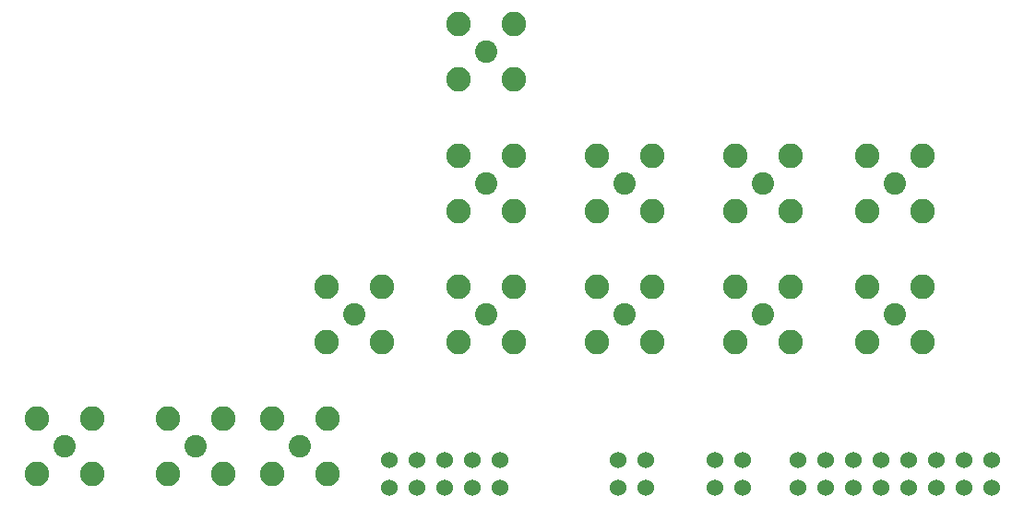
<source format=gbr>
%TF.GenerationSoftware,KiCad,Pcbnew,(6.0.8)*%
%TF.CreationDate,2022-10-28T14:48:27+02:00*%
%TF.ProjectId,XEM8350-BRK-MC1,58454d38-3335-4302-9d42-524b2d4d4331,rev?*%
%TF.SameCoordinates,Original*%
%TF.FileFunction,Copper,L2,Bot*%
%TF.FilePolarity,Positive*%
%FSLAX46Y46*%
G04 Gerber Fmt 4.6, Leading zero omitted, Abs format (unit mm)*
G04 Created by KiCad (PCBNEW (6.0.8)) date 2022-10-28 14:48:27*
%MOMM*%
%LPD*%
G01*
G04 APERTURE LIST*
%TA.AperFunction,ComponentPad*%
%ADD10C,2.050000*%
%TD*%
%TA.AperFunction,ComponentPad*%
%ADD11C,2.250000*%
%TD*%
%TA.AperFunction,TestPad*%
%ADD12C,1.524000*%
%TD*%
G04 APERTURE END LIST*
D10*
%TO.P,P20,1,In*%
%TO.N,/PORTA_C2P_CLK_P*%
X92075000Y-118110000D03*
D11*
%TO.P,P20,2,Ext*%
%TO.N,GND*%
X94615000Y-120650000D03*
X89535000Y-120650000D03*
X89535000Y-115570000D03*
X94615000Y-115570000D03*
%TD*%
D12*
%TO.P,P25,1,1*%
%TO.N,/PORTA_S18*%
X129540000Y-121920000D03*
%TD*%
D10*
%TO.P,P87,1,In*%
%TO.N,/PORTB_C2P_CLK_N*%
X143449050Y-93980000D03*
D11*
%TO.P,P87,2,Ext*%
%TO.N,GND*%
X140909050Y-96520000D03*
X140909050Y-91440000D03*
X145989050Y-96520000D03*
X145989050Y-91440000D03*
%TD*%
D12*
%TO.P,G3,1,1*%
%TO.N,GND*%
X127000000Y-119380000D03*
%TD*%
%TO.P,G6,1,1*%
%TO.N,GND*%
X142875000Y-119380000D03*
%TD*%
D10*
%TO.P,P97,1,In*%
%TO.N,/PORTB_P2C_CLK_P*%
X156215629Y-106045000D03*
D11*
%TO.P,P97,2,Ext*%
%TO.N,GND*%
X153675629Y-108585000D03*
X158755629Y-103505000D03*
X153675629Y-103505000D03*
X158755629Y-108585000D03*
%TD*%
D12*
%TO.P,P121,1,1*%
%TO.N,/MC1B_1 *%
X159385000Y-121920000D03*
%TD*%
%TO.P,P131,1,1*%
%TO.N,/MC1B_10*%
X172085000Y-121920000D03*
%TD*%
%TO.P,P91,1,1*%
%TO.N,/PORTB_S25*%
X142875000Y-121920000D03*
%TD*%
%TO.P,G5,1,1*%
%TO.N,GND*%
X132080000Y-119380000D03*
%TD*%
D10*
%TO.P,P41,1,In*%
%TO.N,/PORTA_S6_D2_N*%
X130789684Y-93980000D03*
D11*
%TO.P,P41,2,Ext*%
%TO.N,GND*%
X128249684Y-96520000D03*
X128249684Y-91440000D03*
X133329684Y-96520000D03*
X133329684Y-91440000D03*
%TD*%
D12*
%TO.P,G10,1,1*%
%TO.N,GND*%
X159385000Y-119380000D03*
%TD*%
D10*
%TO.P,P17,1,In*%
%TO.N,Net-(P17-Pad1)*%
X113665000Y-118110000D03*
D11*
%TO.P,P17,2,Ext*%
%TO.N,GND*%
X111125000Y-120650000D03*
X111125000Y-115570000D03*
X116205000Y-120650000D03*
X116205000Y-115570000D03*
%TD*%
D10*
%TO.P,P33,1,In*%
%TO.N,/PORTA_P2C_CLK_N*%
X118676250Y-106045000D03*
D11*
%TO.P,P33,2,Ext*%
%TO.N,GND*%
X121216250Y-103505000D03*
X121216250Y-108585000D03*
X116136250Y-103505000D03*
X116136250Y-108585000D03*
%TD*%
D12*
%TO.P,P123,1,1*%
%TO.N,/MC1B_2*%
X161925000Y-121920000D03*
%TD*%
D10*
%TO.P,P89,1,In*%
%TO.N,/PORTB_C2P_CLK_P*%
X143510000Y-106045000D03*
D11*
%TO.P,P89,2,Ext*%
%TO.N,GND*%
X146050000Y-108585000D03*
X146050000Y-103505000D03*
X140970000Y-108585000D03*
X140970000Y-103505000D03*
%TD*%
D12*
%TO.P,G12,1,1*%
%TO.N,GND*%
X164465000Y-119380000D03*
%TD*%
%TO.P,G8,1,1*%
%TO.N,GND*%
X151765000Y-119380000D03*
%TD*%
%TO.P,G9,1,1*%
%TO.N,GND*%
X154305000Y-119380000D03*
%TD*%
D10*
%TO.P,P111,1,In*%
%TO.N,/PORTB_S15_D7_N*%
X168275000Y-93980000D03*
D11*
%TO.P,P111,2,Ext*%
%TO.N,GND*%
X170815000Y-91440000D03*
X170815000Y-96520000D03*
X165735000Y-96520000D03*
X165735000Y-91440000D03*
%TD*%
D12*
%TO.P,G15,1,1*%
%TO.N,GND*%
X172085000Y-119380000D03*
%TD*%
%TO.P,G17,1,1*%
%TO.N,GND*%
X177165000Y-119380000D03*
%TD*%
%TO.P,P135,1,1*%
%TO.N,/MC1B_14*%
X177165000Y-121920000D03*
%TD*%
%TO.P,P133,1,1*%
%TO.N,/MC1B_13*%
X174625000Y-121920000D03*
%TD*%
%TO.P,G16,1,1*%
%TO.N,GND*%
X174625000Y-119380000D03*
%TD*%
D10*
%TO.P,P43,1,In*%
%TO.N,/PORTA_S6_D2_P*%
X130789684Y-81915000D03*
D11*
%TO.P,P43,2,Ext*%
%TO.N,GND*%
X133329684Y-84455000D03*
X128249684Y-84455000D03*
X128249684Y-79375000D03*
X133329684Y-79375000D03*
%TD*%
D12*
%TO.P,P129,1,1*%
%TO.N,/MC1B_9*%
X169545000Y-121920000D03*
%TD*%
%TO.P,P21,1,1*%
%TO.N,/PORTA_S22*%
X124460000Y-121920000D03*
%TD*%
%TO.P,G7,1,1*%
%TO.N,GND*%
X145415000Y-119380000D03*
%TD*%
%TO.P,G14,1,1*%
%TO.N,GND*%
X169545000Y-119380000D03*
%TD*%
D10*
%TO.P,P18,1,In*%
%TO.N,/PORTA_C2P_CLK_N*%
X104140000Y-118110000D03*
D11*
%TO.P,P18,2,Ext*%
%TO.N,GND*%
X101600000Y-115570000D03*
X106680000Y-120650000D03*
X106680000Y-115570000D03*
X101600000Y-120650000D03*
%TD*%
D10*
%TO.P,P35,1,In*%
%TO.N,/PORTA_P2C_CLK_P*%
X130810000Y-106045000D03*
D11*
%TO.P,P35,2,Ext*%
%TO.N,GND*%
X128270000Y-108585000D03*
X128270000Y-103505000D03*
X133350000Y-108585000D03*
X133350000Y-103505000D03*
%TD*%
D12*
%TO.P,G2,1,1*%
%TO.N,GND*%
X124460000Y-119380000D03*
%TD*%
%TO.P,P125,1,1*%
%TO.N,/MC1B_5*%
X164465000Y-121920000D03*
%TD*%
D10*
%TO.P,P95,1,In*%
%TO.N,/PORTB_P2C_CLK_N*%
X156210000Y-93980000D03*
D11*
%TO.P,P95,2,Ext*%
%TO.N,GND*%
X153670000Y-91440000D03*
X158750000Y-91440000D03*
X158750000Y-96520000D03*
X153670000Y-96520000D03*
%TD*%
D12*
%TO.P,G4,1,1*%
%TO.N,GND*%
X129540000Y-119380000D03*
%TD*%
%TO.P,P93,1,1*%
%TO.N,/PORTB_S18*%
X145415000Y-121920000D03*
%TD*%
%TO.P,P127,1,1*%
%TO.N,/MC1B_6*%
X167005000Y-121920000D03*
%TD*%
%TO.P,G13,1,1*%
%TO.N,GND*%
X167005000Y-119380000D03*
%TD*%
%TO.P,P23,1,1*%
%TO.N,/PORTA_S20*%
X127000000Y-121920000D03*
%TD*%
%TO.P,G1,1,1*%
%TO.N,GND*%
X121920000Y-119380000D03*
%TD*%
%TO.P,P103,1,1*%
%TO.N,/PORTB_S16*%
X151765000Y-121920000D03*
%TD*%
%TO.P,P105,1,1*%
%TO.N,/PORTB_S17*%
X154305000Y-121920000D03*
%TD*%
%TO.P,P27,1,1*%
%TO.N,/PORTA_S16*%
X132080000Y-121920000D03*
%TD*%
%TO.P,G11,1,1*%
%TO.N,GND*%
X161925000Y-119380000D03*
%TD*%
%TO.P,P19,1,1*%
%TO.N,/PORTA_S24*%
X121920000Y-121920000D03*
%TD*%
D10*
%TO.P,P113,1,In*%
%TO.N,/PORTB_S15_D7_P*%
X168275000Y-106045000D03*
D11*
%TO.P,P113,2,Ext*%
%TO.N,GND*%
X165735000Y-108585000D03*
X170815000Y-108585000D03*
X165735000Y-103505000D03*
X170815000Y-103505000D03*
%TD*%
M02*

</source>
